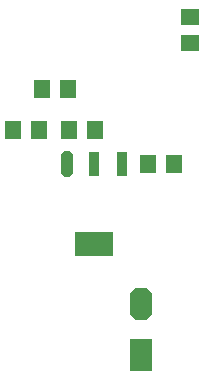
<source format=gbp>
%FSTAX24Y24*%
%MOIN*%
%SFA1B1*%

%IPPOS*%
%AMD79*
4,1,8,0.009200,0.042000,-0.009200,0.042000,-0.018500,0.032700,-0.018500,-0.032700,-0.009200,-0.042000,0.009200,-0.042000,0.018500,-0.032700,0.018500,0.032700,0.009200,0.042000,0.0*
%
%AMD82*
4,1,8,-0.036400,0.035900,-0.036400,-0.035900,-0.018200,-0.054200,0.018200,-0.054200,0.036400,-0.035900,0.036400,0.035900,0.018200,0.054200,-0.018200,0.054200,-0.036400,0.035900,0.0*
%
%ADD44R,0.063055X0.055181*%
%ADD48R,0.055181X0.063055*%
%ADD78R,0.126000X0.084000*%
G04~CAMADD=79~4~0.0~0.0~370.0~840.0~0.0~92.5~0~0.0~0.0~0.0~0.0~0~0.0~0.0~0.0~0.0~0~0.0~0.0~0.0~0.0~370.0~840.0*
%ADD79D79*%
%ADD80R,0.037000X0.084000*%
%ADD81R,0.072897X0.108330*%
G04~CAMADD=82~4~0.0~0.0~1083.3~729.0~0.0~182.2~0~0.0~0.0~0.0~0.0~0~0.0~0.0~0.0~0.0~0~0.0~0.0~0.0~90.0~728.0~1084.0*
%ADD82D82*%
%LNpcb-1*%
%LPD*%
G54D44*
X03695Y0332D03*
Y032333D03*
G54D48*
X033766Y02945D03*
X0329D03*
X031916D03*
X03105D03*
X0364Y0283D03*
X035533D03*
X032Y0308D03*
X032866D03*
G54D78*
X03376Y025653D03*
G54D79*
X03285Y0283D03*
G54D80*
X03376Y0283D03*
X03467D03*
G54D81*
X0353Y02195D03*
G54D82*
X0353Y023642D03*
M02*
</source>
